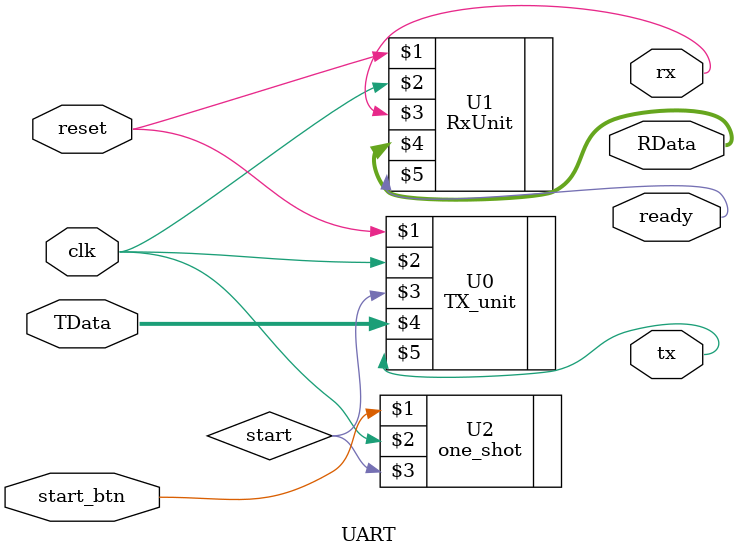
<source format=v>
module UART(reset, clk, start_btn,
				TData, tx, rx, RData, ready);
				
input [7:0] TData;
input reset, clk, start_btn;
output [7:0] RData;
output tx,rx,ready;
wire start;

one_shot U2(start_btn , clk , start);

TX_unit U0(reset, clk, start, TData, tx);

RxUnit U1(reset, clk, rx, RData, ready);

endmodule
</source>
